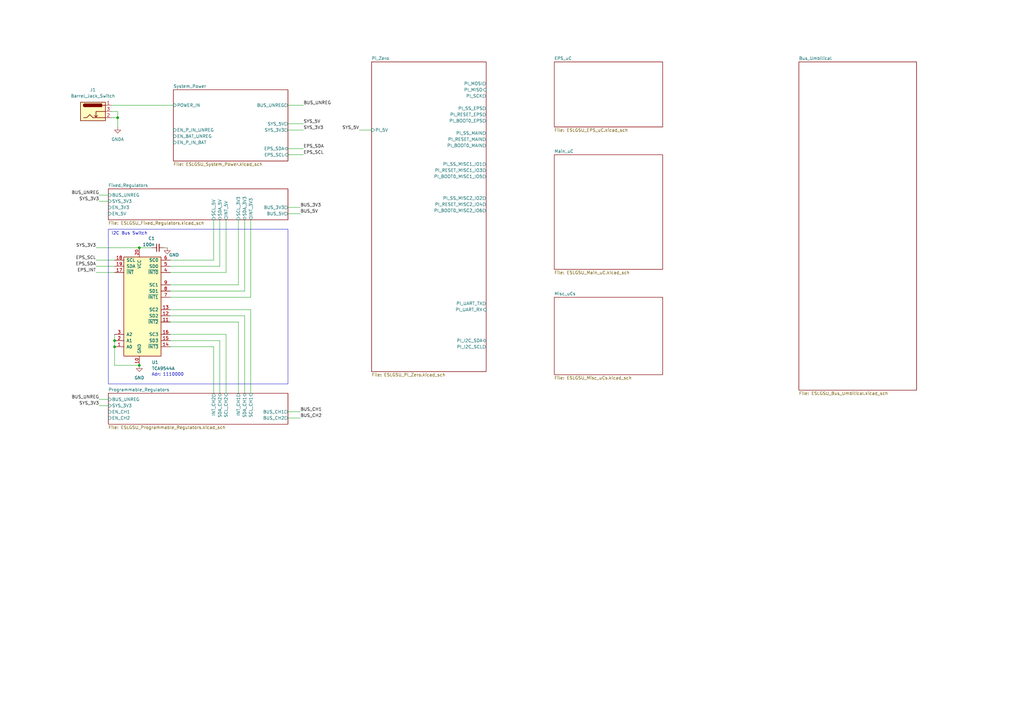
<source format=kicad_sch>
(kicad_sch (version 20230121) (generator eeschema)

  (uuid b556fa32-e0cb-409c-ac85-9f2ac606be79)

  (paper "A3")

  (title_block
    (title "ESL GSU Top Level Schematic")
    (date "2024-01-18")
    (rev "1")
    (company "Electronic Systems Laboratory")
  )

  (lib_symbols
    (symbol "Connector:Barrel_Jack_Switch" (pin_names hide) (in_bom yes) (on_board yes)
      (property "Reference" "J" (at 0 5.334 0)
        (effects (font (size 1.27 1.27)))
      )
      (property "Value" "Barrel_Jack_Switch" (at 0 -5.08 0)
        (effects (font (size 1.27 1.27)))
      )
      (property "Footprint" "" (at 1.27 -1.016 0)
        (effects (font (size 1.27 1.27)) hide)
      )
      (property "Datasheet" "~" (at 1.27 -1.016 0)
        (effects (font (size 1.27 1.27)) hide)
      )
      (property "ki_keywords" "DC power barrel jack connector" (at 0 0 0)
        (effects (font (size 1.27 1.27)) hide)
      )
      (property "ki_description" "DC Barrel Jack with an internal switch" (at 0 0 0)
        (effects (font (size 1.27 1.27)) hide)
      )
      (property "ki_fp_filters" "BarrelJack*" (at 0 0 0)
        (effects (font (size 1.27 1.27)) hide)
      )
      (symbol "Barrel_Jack_Switch_0_1"
        (rectangle (start -5.08 3.81) (end 5.08 -3.81)
          (stroke (width 0.254) (type default))
          (fill (type background))
        )
        (arc (start -3.302 3.175) (mid -3.9343 2.54) (end -3.302 1.905)
          (stroke (width 0.254) (type default))
          (fill (type none))
        )
        (arc (start -3.302 3.175) (mid -3.9343 2.54) (end -3.302 1.905)
          (stroke (width 0.254) (type default))
          (fill (type outline))
        )
        (polyline
          (pts
            (xy 1.27 -2.286)
            (xy 1.905 -1.651)
          )
          (stroke (width 0.254) (type default))
          (fill (type none))
        )
        (polyline
          (pts
            (xy 5.08 2.54)
            (xy 3.81 2.54)
          )
          (stroke (width 0.254) (type default))
          (fill (type none))
        )
        (polyline
          (pts
            (xy 5.08 0)
            (xy 1.27 0)
            (xy 1.27 -2.286)
            (xy 0.635 -1.651)
          )
          (stroke (width 0.254) (type default))
          (fill (type none))
        )
        (polyline
          (pts
            (xy -3.81 -2.54)
            (xy -2.54 -2.54)
            (xy -1.27 -1.27)
            (xy 0 -2.54)
            (xy 2.54 -2.54)
            (xy 5.08 -2.54)
          )
          (stroke (width 0.254) (type default))
          (fill (type none))
        )
        (rectangle (start 3.683 3.175) (end -3.302 1.905)
          (stroke (width 0.254) (type default))
          (fill (type outline))
        )
      )
      (symbol "Barrel_Jack_Switch_1_1"
        (pin passive line (at 7.62 2.54 180) (length 2.54)
          (name "~" (effects (font (size 1.27 1.27))))
          (number "1" (effects (font (size 1.27 1.27))))
        )
        (pin passive line (at 7.62 -2.54 180) (length 2.54)
          (name "~" (effects (font (size 1.27 1.27))))
          (number "2" (effects (font (size 1.27 1.27))))
        )
        (pin passive line (at 7.62 0 180) (length 2.54)
          (name "~" (effects (font (size 1.27 1.27))))
          (number "3" (effects (font (size 1.27 1.27))))
        )
      )
    )
    (symbol "Device:C_Small" (pin_numbers hide) (pin_names (offset 0.254) hide) (in_bom yes) (on_board yes)
      (property "Reference" "C" (at 0.254 1.778 0)
        (effects (font (size 1.27 1.27)) (justify left))
      )
      (property "Value" "C_Small" (at 0.254 -2.032 0)
        (effects (font (size 1.27 1.27)) (justify left))
      )
      (property "Footprint" "" (at 0 0 0)
        (effects (font (size 1.27 1.27)) hide)
      )
      (property "Datasheet" "~" (at 0 0 0)
        (effects (font (size 1.27 1.27)) hide)
      )
      (property "ki_keywords" "capacitor cap" (at 0 0 0)
        (effects (font (size 1.27 1.27)) hide)
      )
      (property "ki_description" "Unpolarized capacitor, small symbol" (at 0 0 0)
        (effects (font (size 1.27 1.27)) hide)
      )
      (property "ki_fp_filters" "C_*" (at 0 0 0)
        (effects (font (size 1.27 1.27)) hide)
      )
      (symbol "C_Small_0_1"
        (polyline
          (pts
            (xy -1.524 -0.508)
            (xy 1.524 -0.508)
          )
          (stroke (width 0.3302) (type default))
          (fill (type none))
        )
        (polyline
          (pts
            (xy -1.524 0.508)
            (xy 1.524 0.508)
          )
          (stroke (width 0.3048) (type default))
          (fill (type none))
        )
      )
      (symbol "C_Small_1_1"
        (pin passive line (at 0 2.54 270) (length 2.032)
          (name "~" (effects (font (size 1.27 1.27))))
          (number "1" (effects (font (size 1.27 1.27))))
        )
        (pin passive line (at 0 -2.54 90) (length 2.032)
          (name "~" (effects (font (size 1.27 1.27))))
          (number "2" (effects (font (size 1.27 1.27))))
        )
      )
    )
    (symbol "Interface_Expansion:TCA9544A" (pin_names (offset 1.016)) (in_bom yes) (on_board yes)
      (property "Reference" "U" (at -5.08 20.32 0)
        (effects (font (size 1.27 1.27)) (justify left))
      )
      (property "Value" "TCA9544A" (at 2.54 20.32 0)
        (effects (font (size 1.27 1.27)) (justify left))
      )
      (property "Footprint" "Package_SO:TSSOP-20_4.4x6.5mm_P0.65mm" (at 25.4 -22.86 0)
        (effects (font (size 1.27 1.27)) hide)
      )
      (property "Datasheet" "http://www.ti.com/lit/ds/symlink/tca9544a.pdf" (at 1.27 6.35 0)
        (effects (font (size 1.27 1.27)) hide)
      )
      (property "ki_keywords" "I2C Hub" (at 0 0 0)
        (effects (font (size 1.27 1.27)) hide)
      )
      (property "ki_description" "I2C Hub, 4 Channels, Interrupts, TSSOP-20" (at 0 0 0)
        (effects (font (size 1.27 1.27)) hide)
      )
      (property "ki_fp_filters" "TSSOP*4.4x6.5mm*P0.65mm*" (at 0 0 0)
        (effects (font (size 1.27 1.27)) hide)
      )
      (symbol "TCA9544A_0_1"
        (rectangle (start -6.35 19.05) (end 8.89 -21.59)
          (stroke (width 0.254) (type default))
          (fill (type background))
        )
      )
      (symbol "TCA9544A_1_1"
        (pin input line (at -10.16 -17.78 0) (length 3.81)
          (name "A0" (effects (font (size 1.27 1.27))))
          (number "1" (effects (font (size 1.27 1.27))))
        )
        (pin power_in line (at 0 -25.4 90) (length 3.81)
          (name "GND" (effects (font (size 1.27 1.27))))
          (number "10" (effects (font (size 1.27 1.27))))
        )
        (pin input line (at 12.7 -7.62 180) (length 3.81)
          (name "~{INT2}" (effects (font (size 1.27 1.27))))
          (number "11" (effects (font (size 1.27 1.27))))
        )
        (pin bidirectional line (at 12.7 -5.08 180) (length 3.81)
          (name "SD2" (effects (font (size 1.27 1.27))))
          (number "12" (effects (font (size 1.27 1.27))))
        )
        (pin bidirectional line (at 12.7 -2.54 180) (length 3.81)
          (name "SC2" (effects (font (size 1.27 1.27))))
          (number "13" (effects (font (size 1.27 1.27))))
        )
        (pin input line (at 12.7 -17.78 180) (length 3.81)
          (name "~{INT3}" (effects (font (size 1.27 1.27))))
          (number "14" (effects (font (size 1.27 1.27))))
        )
        (pin bidirectional line (at 12.7 -15.24 180) (length 3.81)
          (name "SD3" (effects (font (size 1.27 1.27))))
          (number "15" (effects (font (size 1.27 1.27))))
        )
        (pin bidirectional line (at 12.7 -12.7 180) (length 3.81)
          (name "SC3" (effects (font (size 1.27 1.27))))
          (number "16" (effects (font (size 1.27 1.27))))
        )
        (pin open_collector line (at -10.16 12.7 0) (length 3.81)
          (name "~{INT}" (effects (font (size 1.27 1.27))))
          (number "17" (effects (font (size 1.27 1.27))))
        )
        (pin bidirectional line (at -10.16 17.78 0) (length 3.81)
          (name "SCL" (effects (font (size 1.27 1.27))))
          (number "18" (effects (font (size 1.27 1.27))))
        )
        (pin bidirectional line (at -10.16 15.24 0) (length 3.81)
          (name "SDA" (effects (font (size 1.27 1.27))))
          (number "19" (effects (font (size 1.27 1.27))))
        )
        (pin input line (at -10.16 -15.24 0) (length 3.81)
          (name "A1" (effects (font (size 1.27 1.27))))
          (number "2" (effects (font (size 1.27 1.27))))
        )
        (pin power_in line (at 0 22.86 270) (length 3.81)
          (name "VCC" (effects (font (size 1.27 1.27))))
          (number "20" (effects (font (size 1.27 1.27))))
        )
        (pin input line (at -10.16 -12.7 0) (length 3.81)
          (name "A2" (effects (font (size 1.27 1.27))))
          (number "3" (effects (font (size 1.27 1.27))))
        )
        (pin input line (at 12.7 12.7 180) (length 3.81)
          (name "~{INT0}" (effects (font (size 1.27 1.27))))
          (number "4" (effects (font (size 1.27 1.27))))
        )
        (pin bidirectional line (at 12.7 15.24 180) (length 3.81)
          (name "SD0" (effects (font (size 1.27 1.27))))
          (number "5" (effects (font (size 1.27 1.27))))
        )
        (pin bidirectional line (at 12.7 17.78 180) (length 3.81)
          (name "SC0" (effects (font (size 1.27 1.27))))
          (number "6" (effects (font (size 1.27 1.27))))
        )
        (pin input line (at 12.7 2.54 180) (length 3.81)
          (name "~{INT1}" (effects (font (size 1.27 1.27))))
          (number "7" (effects (font (size 1.27 1.27))))
        )
        (pin bidirectional line (at 12.7 5.08 180) (length 3.81)
          (name "SD1" (effects (font (size 1.27 1.27))))
          (number "8" (effects (font (size 1.27 1.27))))
        )
        (pin bidirectional line (at 12.7 7.62 180) (length 3.81)
          (name "SC1" (effects (font (size 1.27 1.27))))
          (number "9" (effects (font (size 1.27 1.27))))
        )
      )
    )
    (symbol "power:GND" (power) (pin_names (offset 0)) (in_bom yes) (on_board yes)
      (property "Reference" "#PWR" (at 0 -6.35 0)
        (effects (font (size 1.27 1.27)) hide)
      )
      (property "Value" "GND" (at 0 -3.81 0)
        (effects (font (size 1.27 1.27)))
      )
      (property "Footprint" "" (at 0 0 0)
        (effects (font (size 1.27 1.27)) hide)
      )
      (property "Datasheet" "" (at 0 0 0)
        (effects (font (size 1.27 1.27)) hide)
      )
      (property "ki_keywords" "global power" (at 0 0 0)
        (effects (font (size 1.27 1.27)) hide)
      )
      (property "ki_description" "Power symbol creates a global label with name \"GND\" , ground" (at 0 0 0)
        (effects (font (size 1.27 1.27)) hide)
      )
      (symbol "GND_0_1"
        (polyline
          (pts
            (xy 0 0)
            (xy 0 -1.27)
            (xy 1.27 -1.27)
            (xy 0 -2.54)
            (xy -1.27 -1.27)
            (xy 0 -1.27)
          )
          (stroke (width 0) (type default))
          (fill (type none))
        )
      )
      (symbol "GND_1_1"
        (pin power_in line (at 0 0 270) (length 0) hide
          (name "GND" (effects (font (size 1.27 1.27))))
          (number "1" (effects (font (size 1.27 1.27))))
        )
      )
    )
    (symbol "power:GNDA" (power) (pin_names (offset 0)) (in_bom yes) (on_board yes)
      (property "Reference" "#PWR" (at 0 -6.35 0)
        (effects (font (size 1.27 1.27)) hide)
      )
      (property "Value" "GNDA" (at 0 -3.81 0)
        (effects (font (size 1.27 1.27)))
      )
      (property "Footprint" "" (at 0 0 0)
        (effects (font (size 1.27 1.27)) hide)
      )
      (property "Datasheet" "" (at 0 0 0)
        (effects (font (size 1.27 1.27)) hide)
      )
      (property "ki_keywords" "global power" (at 0 0 0)
        (effects (font (size 1.27 1.27)) hide)
      )
      (property "ki_description" "Power symbol creates a global label with name \"GNDA\" , analog ground" (at 0 0 0)
        (effects (font (size 1.27 1.27)) hide)
      )
      (symbol "GNDA_0_1"
        (polyline
          (pts
            (xy 0 0)
            (xy 0 -1.27)
            (xy 1.27 -1.27)
            (xy 0 -2.54)
            (xy -1.27 -1.27)
            (xy 0 -1.27)
          )
          (stroke (width 0) (type default))
          (fill (type none))
        )
      )
      (symbol "GNDA_1_1"
        (pin power_in line (at 0 0 270) (length 0) hide
          (name "GNDA" (effects (font (size 1.27 1.27))))
          (number "1" (effects (font (size 1.27 1.27))))
        )
      )
    )
  )

  (junction (at 57.15 101.6) (diameter 0) (color 0 0 0 0)
    (uuid 03a2ba18-7250-40e6-992e-1041d2fa2bca)
  )
  (junction (at 48.26 48.26) (diameter 0) (color 0 0 0 0)
    (uuid 46ba1413-43d7-41ee-879d-a5540e439a11)
  )
  (junction (at 57.15 149.86) (diameter 0) (color 0 0 0 0)
    (uuid 7200d1a6-fde4-4209-9887-fabcaca6c52b)
  )
  (junction (at 46.99 139.7) (diameter 0) (color 0 0 0 0)
    (uuid 9265845c-4b79-4993-a537-1581c03f4d86)
  )
  (junction (at 46.99 142.24) (diameter 0) (color 0 0 0 0)
    (uuid 9cdbb951-1f2b-4834-9ab9-b52b400eec6a)
  )

  (wire (pts (xy 39.37 106.68) (xy 46.99 106.68))
    (stroke (width 0) (type default))
    (uuid 0012eafb-2dcc-4fb6-aaf8-60e88acdd922)
  )
  (wire (pts (xy 69.85 106.68) (xy 87.63 106.68))
    (stroke (width 0) (type default))
    (uuid 01792650-de51-4076-afd1-a5c8d197e145)
  )
  (wire (pts (xy 118.11 87.63) (xy 123.19 87.63))
    (stroke (width 0) (type default))
    (uuid 0510fae8-0cc3-4052-bcbd-4aef490426ee)
  )
  (wire (pts (xy 118.11 85.09) (xy 123.19 85.09))
    (stroke (width 0) (type default))
    (uuid 0bea3694-2b52-4c28-b29c-b0a4c8b99ada)
  )
  (wire (pts (xy 46.99 139.7) (xy 46.99 142.24))
    (stroke (width 0) (type default))
    (uuid 0e3ce5ae-f41a-46ad-b2e9-e953d0956375)
  )
  (wire (pts (xy 118.11 53.34) (xy 124.46 53.34))
    (stroke (width 0) (type default))
    (uuid 0ffc364a-bad2-43cb-b997-c5404a7571ee)
  )
  (wire (pts (xy 39.37 109.22) (xy 46.99 109.22))
    (stroke (width 0) (type default))
    (uuid 122ffa49-df14-4f1b-9709-9cfff638ddc0)
  )
  (wire (pts (xy 39.37 111.76) (xy 46.99 111.76))
    (stroke (width 0) (type default))
    (uuid 18ec2516-b09f-4e9b-97f9-7b7a85b0849b)
  )
  (wire (pts (xy 40.64 80.01) (xy 44.45 80.01))
    (stroke (width 0) (type default))
    (uuid 1f0399f9-d1ae-4944-8893-2b18ac5573f9)
  )
  (wire (pts (xy 67.31 101.6) (xy 68.58 101.6))
    (stroke (width 0) (type default))
    (uuid 26499020-15a3-4e7d-953e-c636da2d5602)
  )
  (wire (pts (xy 97.79 132.08) (xy 69.85 132.08))
    (stroke (width 0) (type default))
    (uuid 2d6e149f-42d3-4b66-89a5-3807adb9359b)
  )
  (wire (pts (xy 147.32 53.34) (xy 152.4 53.34))
    (stroke (width 0) (type default))
    (uuid 3392cf6d-c586-403b-9b83-60b900323d5d)
  )
  (wire (pts (xy 48.26 52.07) (xy 48.26 48.26))
    (stroke (width 0) (type default))
    (uuid 3e41e9fa-19d6-4e47-9bc1-0439b00232e0)
  )
  (wire (pts (xy 87.63 106.68) (xy 87.63 90.17))
    (stroke (width 0) (type default))
    (uuid 51cf2578-a85a-4a34-a207-4e14740f6100)
  )
  (wire (pts (xy 48.26 45.72) (xy 48.26 48.26))
    (stroke (width 0) (type default))
    (uuid 52a2d096-d583-4aad-9bda-39e773c8674e)
  )
  (wire (pts (xy 97.79 161.29) (xy 97.79 132.08))
    (stroke (width 0) (type default))
    (uuid 52df46d3-3f9b-4ada-8869-6a00e721d760)
  )
  (wire (pts (xy 97.79 116.84) (xy 97.79 90.17))
    (stroke (width 0) (type default))
    (uuid 59a91d4e-ec76-4ab7-adc2-1dd0500df65a)
  )
  (wire (pts (xy 92.71 111.76) (xy 92.71 90.17))
    (stroke (width 0) (type default))
    (uuid 5be471b1-acd5-4348-91d9-9aec6dc4fbff)
  )
  (wire (pts (xy 90.17 109.22) (xy 90.17 90.17))
    (stroke (width 0) (type default))
    (uuid 6b586095-2411-4175-a9f1-ef2fa6bb028d)
  )
  (wire (pts (xy 69.85 109.22) (xy 90.17 109.22))
    (stroke (width 0) (type default))
    (uuid 722b3f71-45f0-4869-b342-97719745321f)
  )
  (wire (pts (xy 69.85 137.16) (xy 92.71 137.16))
    (stroke (width 0) (type default))
    (uuid 750f1013-0000-4ca9-a9de-4c7b19fd95b5)
  )
  (wire (pts (xy 45.72 45.72) (xy 48.26 45.72))
    (stroke (width 0) (type default))
    (uuid 75302fb4-309c-42ed-af6f-7dee2b7271e5)
  )
  (wire (pts (xy 100.33 119.38) (xy 100.33 90.17))
    (stroke (width 0) (type default))
    (uuid 7b313c5f-e10e-462b-9f17-7c0f285237f3)
  )
  (wire (pts (xy 118.11 168.91) (xy 123.19 168.91))
    (stroke (width 0) (type default))
    (uuid 7bd2e851-ed41-40ba-a0b1-9c34c28e736e)
  )
  (wire (pts (xy 69.85 116.84) (xy 97.79 116.84))
    (stroke (width 0) (type default))
    (uuid 7c094a3f-a24f-451a-a9f3-98a96f5e661a)
  )
  (wire (pts (xy 100.33 129.54) (xy 100.33 161.29))
    (stroke (width 0) (type default))
    (uuid 7d6a0fdd-e37a-4da5-8ad0-8f04cece8dd1)
  )
  (wire (pts (xy 69.85 127) (xy 102.87 127))
    (stroke (width 0) (type default))
    (uuid 90e2a671-58c1-4535-9565-1600bda552b0)
  )
  (wire (pts (xy 46.99 142.24) (xy 46.99 149.86))
    (stroke (width 0) (type default))
    (uuid 9203e584-cba3-4af0-8139-6bb655392e90)
  )
  (wire (pts (xy 40.64 166.37) (xy 44.45 166.37))
    (stroke (width 0) (type default))
    (uuid 959a5d70-9b15-49bb-9c5f-5ffeb110b293)
  )
  (wire (pts (xy 62.23 101.6) (xy 57.15 101.6))
    (stroke (width 0) (type default))
    (uuid a0e0b87e-22e9-4c42-9122-8c7ad74b682b)
  )
  (wire (pts (xy 45.72 43.18) (xy 71.12 43.18))
    (stroke (width 0) (type default))
    (uuid a1f85c3c-74e7-4eaf-8706-01ba75ae1e5f)
  )
  (wire (pts (xy 39.37 101.6) (xy 57.15 101.6))
    (stroke (width 0) (type default))
    (uuid ac8f7403-57f4-4000-a384-0ea30067fd01)
  )
  (wire (pts (xy 48.26 48.26) (xy 45.72 48.26))
    (stroke (width 0) (type default))
    (uuid b06fefb8-42cb-4de7-aa0e-ada459e2ae7c)
  )
  (wire (pts (xy 118.11 43.18) (xy 124.46 43.18))
    (stroke (width 0) (type default))
    (uuid b3255427-9574-4ce8-bdbf-a57a5afb820a)
  )
  (wire (pts (xy 40.64 82.55) (xy 44.45 82.55))
    (stroke (width 0) (type default))
    (uuid b79b936e-b09f-45d6-a71b-f4fc8dfb3feb)
  )
  (wire (pts (xy 118.11 63.5) (xy 124.46 63.5))
    (stroke (width 0) (type default))
    (uuid b89020d7-f009-4b2c-a410-83ba60c3e35e)
  )
  (wire (pts (xy 69.85 121.92) (xy 102.87 121.92))
    (stroke (width 0) (type default))
    (uuid b9866780-2c45-4723-9092-8d1016778a21)
  )
  (wire (pts (xy 118.11 60.96) (xy 124.46 60.96))
    (stroke (width 0) (type default))
    (uuid be43bdb8-a6ed-4c63-a447-a0151a462a22)
  )
  (wire (pts (xy 69.85 139.7) (xy 90.17 139.7))
    (stroke (width 0) (type default))
    (uuid caab041c-2ea1-4b60-9c8a-141be8376ea3)
  )
  (wire (pts (xy 90.17 161.29) (xy 90.17 139.7))
    (stroke (width 0) (type default))
    (uuid cc43fb9f-b223-46d6-a3d6-c5d96c5de751)
  )
  (wire (pts (xy 118.11 50.8) (xy 124.46 50.8))
    (stroke (width 0) (type default))
    (uuid cf4593b4-2e97-41b5-8124-90591b3a6d0e)
  )
  (wire (pts (xy 69.85 111.76) (xy 92.71 111.76))
    (stroke (width 0) (type default))
    (uuid d4d71f4b-11e5-4cae-8f31-56755faec436)
  )
  (wire (pts (xy 40.64 163.83) (xy 44.45 163.83))
    (stroke (width 0) (type default))
    (uuid d5a8bbde-533e-4e3d-88aa-eb7f04b58d96)
  )
  (wire (pts (xy 69.85 142.24) (xy 87.63 142.24))
    (stroke (width 0) (type default))
    (uuid d6e55167-ce9b-41eb-9b54-dce0fd63f9e2)
  )
  (wire (pts (xy 118.11 171.45) (xy 123.19 171.45))
    (stroke (width 0) (type default))
    (uuid d7af0a14-f4be-4517-b549-78b13a3979fe)
  )
  (wire (pts (xy 87.63 142.24) (xy 87.63 161.29))
    (stroke (width 0) (type default))
    (uuid da60737b-f4c3-4eb0-b5aa-a566b331220b)
  )
  (wire (pts (xy 69.85 119.38) (xy 100.33 119.38))
    (stroke (width 0) (type default))
    (uuid db93e8cc-cbb1-4eb6-8557-33688f833493)
  )
  (wire (pts (xy 102.87 127) (xy 102.87 161.29))
    (stroke (width 0) (type default))
    (uuid e066e6e8-6a3c-4005-b320-c1ca5f950657)
  )
  (wire (pts (xy 46.99 137.16) (xy 46.99 139.7))
    (stroke (width 0) (type default))
    (uuid e2b623e3-8ad0-4a1b-9819-7de215071255)
  )
  (wire (pts (xy 102.87 121.92) (xy 102.87 90.17))
    (stroke (width 0) (type default))
    (uuid e43bbdb9-1690-4b0e-8185-327aa32841e2)
  )
  (wire (pts (xy 69.85 129.54) (xy 100.33 129.54))
    (stroke (width 0) (type default))
    (uuid e50ab3e2-e47e-4bac-9a92-f09eb241268f)
  )
  (wire (pts (xy 92.71 161.29) (xy 92.71 137.16))
    (stroke (width 0) (type default))
    (uuid efbc777d-54e7-4150-b5f3-7b41ac863d35)
  )
  (wire (pts (xy 46.99 149.86) (xy 57.15 149.86))
    (stroke (width 0) (type default))
    (uuid f80adb08-1f67-46e4-bf79-d9cb72acbfa0)
  )

  (rectangle (start 44.45 93.98) (end 118.11 157.48)
    (stroke (width 0) (type default))
    (fill (type none))
    (uuid 8ccbaf21-31c1-4d9e-83f8-faabc898759d)
  )

  (text "Adr: 1110000" (at 62.1602 154.4191 0)
    (effects (font (size 1.27 1.27)) (justify left bottom))
    (uuid 83abc906-53af-42e1-8d09-055f3a472f69)
  )
  (text "I2C Bus Switch" (at 45.72 96.52 0)
    (effects (font (size 1.27 1.27)) (justify left bottom))
    (uuid 9121cbeb-8b5a-4017-96a1-01b17d1ad698)
  )

  (label "BUS_UNREG" (at 40.64 163.83 180) (fields_autoplaced)
    (effects (font (size 1.27 1.27)) (justify right bottom))
    (uuid 17c8b2aa-d878-4b72-a03f-d79b6fc05eb4)
  )
  (label "BUS_UNREG" (at 40.64 80.01 180) (fields_autoplaced)
    (effects (font (size 1.27 1.27)) (justify right bottom))
    (uuid 204fdc07-93db-49be-8162-1056ed07d7c2)
  )
  (label "BUS_UNREG" (at 124.46 43.18 0) (fields_autoplaced)
    (effects (font (size 1.27 1.27)) (justify left bottom))
    (uuid 26caa0da-8eca-4ba4-84b4-705d29ccfb3d)
  )
  (label "SYS_3V3" (at 40.64 82.55 180) (fields_autoplaced)
    (effects (font (size 1.27 1.27)) (justify right bottom))
    (uuid 29fcd5da-f0db-45d6-b14c-19b31ffc22ab)
  )
  (label "BUS_5V" (at 123.19 87.63 0) (fields_autoplaced)
    (effects (font (size 1.27 1.27)) (justify left bottom))
    (uuid 2af89077-9db7-4e33-8aa7-9edd8b3e68ad)
  )
  (label "EPS_INT" (at 39.37 111.76 180) (fields_autoplaced)
    (effects (font (size 1.27 1.27)) (justify right bottom))
    (uuid 51682400-fd64-4668-a28c-53d5c1c28885)
  )
  (label "EPS_SCL" (at 124.46 63.5 0) (fields_autoplaced)
    (effects (font (size 1.27 1.27)) (justify left bottom))
    (uuid 5f68a0ff-cc21-4f00-9b86-360833412cfd)
  )
  (label "EPS_SDA" (at 124.46 60.96 0) (fields_autoplaced)
    (effects (font (size 1.27 1.27)) (justify left bottom))
    (uuid 644e7817-9d0a-4570-8e3e-8f4a15f320ae)
  )
  (label "SYS_5V" (at 147.32 53.34 180) (fields_autoplaced)
    (effects (font (size 1.27 1.27)) (justify right bottom))
    (uuid 6a83f366-97d3-4dc5-868c-5e1e19fff5a9)
  )
  (label "SYS_3V3" (at 124.46 53.34 0) (fields_autoplaced)
    (effects (font (size 1.27 1.27)) (justify left bottom))
    (uuid 92178a24-98cd-4896-b052-8d53fa2348ef)
  )
  (label "SYS_3V3" (at 40.64 166.37 180) (fields_autoplaced)
    (effects (font (size 1.27 1.27)) (justify right bottom))
    (uuid 96078b3d-eb00-44db-a5fd-b00d94a65cc7)
  )
  (label "SYS_5V" (at 124.46 50.8 0) (fields_autoplaced)
    (effects (font (size 1.27 1.27)) (justify left bottom))
    (uuid b01ad7e0-1d5a-44dc-9939-0e5af559cb94)
  )
  (label "BUS_3V3" (at 123.19 85.09 0) (fields_autoplaced)
    (effects (font (size 1.27 1.27)) (justify left bottom))
    (uuid c321e44c-6e61-4bc7-9bb9-cd8bf4b9c5ad)
  )
  (label "BUS_CH2" (at 123.19 171.45 0) (fields_autoplaced)
    (effects (font (size 1.27 1.27)) (justify left bottom))
    (uuid cba03653-5da4-4603-973d-8531a0867341)
  )
  (label "EPS_SDA" (at 39.37 109.22 180) (fields_autoplaced)
    (effects (font (size 1.27 1.27)) (justify right bottom))
    (uuid d8fd5510-daee-4327-a53b-c123b7b5eb22)
  )
  (label "SYS_3V3" (at 39.37 101.6 180) (fields_autoplaced)
    (effects (font (size 1.27 1.27)) (justify right bottom))
    (uuid f12682fe-c741-458b-a1ce-c301fadff589)
  )
  (label "BUS_CH1" (at 123.19 168.91 0) (fields_autoplaced)
    (effects (font (size 1.27 1.27)) (justify left bottom))
    (uuid f297f848-6244-4a40-8c4e-bf6ed96e6b0c)
  )
  (label "EPS_SCL" (at 39.37 106.68 180) (fields_autoplaced)
    (effects (font (size 1.27 1.27)) (justify right bottom))
    (uuid fd28b2bd-469e-4c99-a3f8-7870d74ef5b0)
  )

  (symbol (lib_id "Interface_Expansion:TCA9544A") (at 57.15 124.46 0) (unit 1)
    (in_bom yes) (on_board yes) (dnp no)
    (uuid 4cd12e84-1bd6-4787-9d6d-8aa3fa36ab51)
    (property "Reference" "U1" (at 62.23 148.59 0)
      (effects (font (size 1.27 1.27)) (justify left))
    )
    (property "Value" "TCA9544A" (at 62.23 151.13 0)
      (effects (font (size 1.27 1.27)) (justify left))
    )
    (property "Footprint" "Package_SO:TSSOP-20_4.4x6.5mm_P0.65mm" (at 82.55 147.32 0)
      (effects (font (size 1.27 1.27)) hide)
    )
    (property "Datasheet" "http://www.ti.com/lit/ds/symlink/tca9544a.pdf" (at 58.42 118.11 0)
      (effects (font (size 1.27 1.27)) hide)
    )
    (pin "1" (uuid 17ea9602-7e9d-46d2-8543-94a1c1fc109b))
    (pin "10" (uuid 05e5c60f-5189-4393-9c56-f9c9a6c1b042))
    (pin "11" (uuid 30d49d66-f29c-4fdc-8c87-78055102f522))
    (pin "12" (uuid 586b3fb9-5ac1-4e6b-aa5c-632753615d2c))
    (pin "13" (uuid 523efcbf-c953-4d04-8006-efad4532752a))
    (pin "14" (uuid 72436d29-e2bf-4074-8930-c26020e9ee27))
    (pin "15" (uuid b03e7a15-5500-4888-843d-ba5499f4cf8d))
    (pin "16" (uuid ec0ba51e-9b1a-424c-a624-14b63c8223b7))
    (pin "17" (uuid 991e1577-a321-488c-a487-561801f77b71))
    (pin "18" (uuid bbe29e58-ab1e-4b59-ba9f-704de3dcb94c))
    (pin "19" (uuid 4b5ada51-0c6c-4028-8811-a161f15963ce))
    (pin "2" (uuid c493e12c-894c-4241-872e-96b8a4de3601))
    (pin "20" (uuid f52d0c6b-4ac6-44d5-854f-9d96d72d760b))
    (pin "3" (uuid 8567708f-4274-4920-890b-5b60a4ae7f4f))
    (pin "4" (uuid 0f617152-9a74-4317-b9b9-616ffdc2b1db))
    (pin "5" (uuid 0f16f78a-7298-412b-b097-aac2aaae09f1))
    (pin "6" (uuid c7b19710-4250-45d8-8afb-40b8ab4fab1b))
    (pin "7" (uuid d02f2cf2-8476-44d6-add3-2c89029261f7))
    (pin "8" (uuid 8efb6808-e865-4dc5-bdd4-43db76a970d4))
    (pin "9" (uuid c52e1cf4-a785-4558-8b8e-2bb717ee0c66))
    (instances
      (project "ESLGSU"
        (path "/b556fa32-e0cb-409c-ac85-9f2ac606be79"
          (reference "U1") (unit 1)
        )
      )
    )
  )

  (symbol (lib_id "power:GND") (at 68.58 101.6 0) (unit 1)
    (in_bom yes) (on_board yes) (dnp no)
    (uuid 5e9190e8-674a-47da-9cac-a55e52816f60)
    (property "Reference" "#PWR01" (at 68.58 107.95 0)
      (effects (font (size 1.27 1.27)) hide)
    )
    (property "Value" "GND" (at 71.3688 104.5704 0)
      (effects (font (size 1.27 1.27)))
    )
    (property "Footprint" "" (at 68.58 101.6 0)
      (effects (font (size 1.27 1.27)) hide)
    )
    (property "Datasheet" "" (at 68.58 101.6 0)
      (effects (font (size 1.27 1.27)) hide)
    )
    (pin "1" (uuid 1e1b76a9-181a-4c0d-b912-b24a92c78f08))
    (instances
      (project "ESLGSU"
        (path "/b556fa32-e0cb-409c-ac85-9f2ac606be79"
          (reference "#PWR01") (unit 1)
        )
      )
    )
  )

  (symbol (lib_id "Device:C_Small") (at 64.77 101.6 90) (unit 1)
    (in_bom yes) (on_board yes) (dnp no)
    (uuid 7a5c5cc9-2b69-4d57-ba27-45350bc7b378)
    (property "Reference" "C6" (at 63.5 97.79 90)
      (effects (font (size 1.27 1.27)) (justify left))
    )
    (property "Value" "100n" (at 63.5 100.33 90)
      (effects (font (size 1.27 1.27)) (justify left))
    )
    (property "Footprint" "Capacitor_SMD:C_0603_1608Metric" (at 64.77 101.6 0)
      (effects (font (size 1.27 1.27)) hide)
    )
    (property "Datasheet" "~" (at 64.77 101.6 0)
      (effects (font (size 1.27 1.27)) hide)
    )
    (pin "1" (uuid 505b7fc3-1008-4436-80d2-2cd8fb0ab029))
    (pin "2" (uuid d89763e6-5a9e-4e95-8ebc-017eb6df3cf6))
    (instances
      (project "ESLGSU"
        (path "/b556fa32-e0cb-409c-ac85-9f2ac606be79/e09c623d-ecce-4ff2-a230-f07fbe15280b"
          (reference "C6") (unit 1)
        )
        (path "/b556fa32-e0cb-409c-ac85-9f2ac606be79/09a64186-e4de-4db7-b903-c6397ff9a54d"
          (reference "C47") (unit 1)
        )
        (path "/b556fa32-e0cb-409c-ac85-9f2ac606be79"
          (reference "C1") (unit 1)
        )
      )
    )
  )

  (symbol (lib_id "power:GNDA") (at 48.26 52.07 0) (unit 1)
    (in_bom yes) (on_board yes) (dnp no) (fields_autoplaced)
    (uuid 989df422-8fa7-4723-8742-3e9bc2b06839)
    (property "Reference" "#PWR072" (at 48.26 58.42 0)
      (effects (font (size 1.27 1.27)) hide)
    )
    (property "Value" "GNDA" (at 48.26 57.15 0)
      (effects (font (size 1.27 1.27)))
    )
    (property "Footprint" "" (at 48.26 52.07 0)
      (effects (font (size 1.27 1.27)) hide)
    )
    (property "Datasheet" "" (at 48.26 52.07 0)
      (effects (font (size 1.27 1.27)) hide)
    )
    (pin "1" (uuid 8556a7e9-2f66-42e2-9688-298052eac77e))
    (instances
      (project "ESLGSU"
        (path "/b556fa32-e0cb-409c-ac85-9f2ac606be79"
          (reference "#PWR072") (unit 1)
        )
      )
    )
  )

  (symbol (lib_id "power:GND") (at 57.15 149.86 0) (unit 1)
    (in_bom yes) (on_board yes) (dnp no) (fields_autoplaced)
    (uuid a01c8d29-653f-432c-9856-f3697bb26a7d)
    (property "Reference" "#PWR02" (at 57.15 156.21 0)
      (effects (font (size 1.27 1.27)) hide)
    )
    (property "Value" "GND" (at 57.15 154.94 0)
      (effects (font (size 1.27 1.27)))
    )
    (property "Footprint" "" (at 57.15 149.86 0)
      (effects (font (size 1.27 1.27)) hide)
    )
    (property "Datasheet" "" (at 57.15 149.86 0)
      (effects (font (size 1.27 1.27)) hide)
    )
    (pin "1" (uuid 067607e7-4433-4004-a322-ec0a2e5fa507))
    (instances
      (project "ESLGSU"
        (path "/b556fa32-e0cb-409c-ac85-9f2ac606be79"
          (reference "#PWR02") (unit 1)
        )
      )
    )
  )

  (symbol (lib_id "Connector:Barrel_Jack_Switch") (at 38.1 45.72 0) (unit 1)
    (in_bom yes) (on_board yes) (dnp no) (fields_autoplaced)
    (uuid fdc01b47-2af1-4813-9afa-ab05a77addd6)
    (property "Reference" "J1" (at 38.1 36.83 0)
      (effects (font (size 1.27 1.27)))
    )
    (property "Value" "Barrel_Jack_Switch" (at 38.1 39.37 0)
      (effects (font (size 1.27 1.27)))
    )
    (property "Footprint" "ESLGSU_Parts_Lib:PJ-082BH" (at 39.37 46.736 0)
      (effects (font (size 1.27 1.27)) hide)
    )
    (property "Datasheet" "~" (at 39.37 46.736 0)
      (effects (font (size 1.27 1.27)) hide)
    )
    (pin "1" (uuid 2c6646e7-d1ee-4fe2-9f4f-c565e069fa87))
    (pin "2" (uuid 4b3f2281-ef41-4f65-8325-272e4e50a92b))
    (pin "3" (uuid 85ae6ed6-81a3-4c6d-acbb-8765e27703e7))
    (instances
      (project "ESLGSU"
        (path "/b556fa32-e0cb-409c-ac85-9f2ac606be79"
          (reference "J1") (unit 1)
        )
      )
    )
  )

  (sheet (at 44.45 77.47) (size 73.66 12.7) (fields_autoplaced)
    (stroke (width 0.1524) (type solid))
    (fill (color 0 0 0 0.0000))
    (uuid 09a64186-e4de-4db7-b903-c6397ff9a54d)
    (property "Sheetname" "Fixed_Regulators" (at 44.45 76.7584 0)
      (effects (font (size 1.27 1.27)) (justify left bottom))
    )
    (property "Sheetfile" "ESLGSU_Fixed_Regulators.kicad_sch" (at 44.45 90.7546 0)
      (effects (font (size 1.27 1.27)) (justify left top))
    )
    (pin "EN_5V" input (at 44.45 87.63 180)
      (effects (font (size 1.27 1.27)) (justify left))
      (uuid db80a817-efb0-49e7-9d96-92fa0d600199)
    )
    (pin "BUS_UNREG" input (at 44.45 80.01 180)
      (effects (font (size 1.27 1.27)) (justify left))
      (uuid b92b260d-99b6-434a-87be-8b1aae727dc3)
    )
    (pin "EN_3V3" input (at 44.45 85.09 180)
      (effects (font (size 1.27 1.27)) (justify left))
      (uuid 800711f3-8600-4ebe-8769-ac8a535a67c7)
    )
    (pin "BUS_3V3" output (at 118.11 85.09 0)
      (effects (font (size 1.27 1.27)) (justify right))
      (uuid ba8355f0-3705-4b16-bf3e-4082adf6f777)
    )
    (pin "BUS_5V" output (at 118.11 87.63 0)
      (effects (font (size 1.27 1.27)) (justify right))
      (uuid 8fbdec8d-5258-4201-9110-e6ddc10206e8)
    )
    (pin "SDA_5V" bidirectional (at 90.17 90.17 270)
      (effects (font (size 1.27 1.27)) (justify left))
      (uuid 5b64ec98-c0bc-4a8b-a4b1-f27968fe0465)
    )
    (pin "SCL_5V" input (at 87.63 90.17 270)
      (effects (font (size 1.27 1.27)) (justify left))
      (uuid 005da499-493e-494a-98fb-c53e1a6094ee)
    )
    (pin "SDA_3V3" bidirectional (at 100.33 90.17 270)
      (effects (font (size 1.27 1.27)) (justify left))
      (uuid 636d285c-de4e-4574-bc73-5bc7090e418d)
    )
    (pin "SCL_3V3" input (at 97.79 90.17 270)
      (effects (font (size 1.27 1.27)) (justify left))
      (uuid 3584b500-d4bb-4d2c-ba72-d73c9971c293)
    )
    (pin "INT_5V" output (at 92.71 90.17 270)
      (effects (font (size 1.27 1.27)) (justify left))
      (uuid 4987cf39-1809-4a97-935f-18fffcf25022)
    )
    (pin "INT_3V3" output (at 102.87 90.17 270)
      (effects (font (size 1.27 1.27)) (justify left))
      (uuid 1d5750ba-90ad-44ef-8788-bf2dbb70413f)
    )
    (pin "SYS_3V3" input (at 44.45 82.55 180)
      (effects (font (size 1.27 1.27)) (justify left))
      (uuid a8b97003-26ca-4e8f-a3b8-39e712966376)
    )
    (instances
      (project "ESLGSU"
        (path "/b556fa32-e0cb-409c-ac85-9f2ac606be79" (page "3"))
      )
    )
  )

  (sheet (at 44.45 161.29) (size 73.66 12.7) (fields_autoplaced)
    (stroke (width 0.1524) (type solid))
    (fill (color 0 0 0 0.0000))
    (uuid 33c4fea8-f262-455e-abaf-737bb774af6a)
    (property "Sheetname" "Programmable_Regulators" (at 44.45 160.5784 0)
      (effects (font (size 1.27 1.27)) (justify left bottom))
    )
    (property "Sheetfile" "ESLGSU_Programmable_Regulators.kicad_sch" (at 44.45 174.5746 0)
      (effects (font (size 1.27 1.27)) (justify left top))
    )
    (property "Field2" "" (at 44.45 161.29 0)
      (effects (font (size 1.27 1.27)) hide)
    )
    (pin "BUS_UNREG" input (at 44.45 163.83 180)
      (effects (font (size 1.27 1.27)) (justify left))
      (uuid 1792325e-82a5-4c0d-a305-a8e581ca9b6d)
    )
    (pin "BUS_CH1" output (at 118.11 168.91 0)
      (effects (font (size 1.27 1.27)) (justify right))
      (uuid 347ce84a-36c4-4e95-ab03-e6e5e79dd6c8)
    )
    (pin "BUS_CH2" output (at 118.11 171.45 0)
      (effects (font (size 1.27 1.27)) (justify right))
      (uuid 301708d2-9477-42fb-ad25-61cddfb973cf)
    )
    (pin "SDA_CH1" bidirectional (at 100.33 161.29 90)
      (effects (font (size 1.27 1.27)) (justify right))
      (uuid 3b68639f-4ab0-40b7-8220-922aaa331405)
    )
    (pin "SCL_CH1" input (at 102.87 161.29 90)
      (effects (font (size 1.27 1.27)) (justify right))
      (uuid 0e4fbe89-95e6-48cb-ac49-55f3d3b0cf54)
    )
    (pin "SCL_CH2" input (at 92.71 161.29 90)
      (effects (font (size 1.27 1.27)) (justify right))
      (uuid d5d933f5-2078-4254-acb6-e3fe0de0354d)
    )
    (pin "SDA_CH2" bidirectional (at 90.17 161.29 90)
      (effects (font (size 1.27 1.27)) (justify right))
      (uuid c5e334fc-a33b-4098-89be-48f84b26b7d7)
    )
    (pin "EN_CH2" input (at 44.45 171.45 180)
      (effects (font (size 1.27 1.27)) (justify left))
      (uuid 8abc2066-689b-4909-b9a9-6b3fe049937b)
    )
    (pin "INT_CH1" output (at 97.79 161.29 90)
      (effects (font (size 1.27 1.27)) (justify right))
      (uuid 92371245-eb94-4e2f-8653-8e88b96b6ae8)
    )
    (pin "INT_CH2" output (at 87.63 161.29 90)
      (effects (font (size 1.27 1.27)) (justify right))
      (uuid 64bef699-a0ea-40f5-a214-b1d29dcc7c8d)
    )
    (pin "EN_CH1" input (at 44.45 168.91 180)
      (effects (font (size 1.27 1.27)) (justify left))
      (uuid 59180962-7003-4fce-b85e-339957d22537)
    )
    (pin "SYS_3V3" input (at 44.45 166.37 180)
      (effects (font (size 1.27 1.27)) (justify left))
      (uuid 290222d9-3b03-4427-9434-c749d7fcb084)
    )
    (instances
      (project "ESLGSU"
        (path "/b556fa32-e0cb-409c-ac85-9f2ac606be79" (page "4"))
      )
    )
  )

  (sheet (at 152.4 25.4) (size 46.99 127) (fields_autoplaced)
    (stroke (width 0.1524) (type solid))
    (fill (color 0 0 0 0.0000))
    (uuid 4575163f-435f-415b-9bb1-45133d43422d)
    (property "Sheetname" "Pi_Zero" (at 152.4 24.6884 0)
      (effects (font (size 1.27 1.27)) (justify left bottom))
    )
    (property "Sheetfile" "ESLGSU_Pi_Zero.kicad_sch" (at 152.4 152.9846 0)
      (effects (font (size 1.27 1.27)) (justify left top))
    )
    (pin "PI_BOOT0_EPS" output (at 199.39 49.53 0)
      (effects (font (size 1.27 1.27)) (justify right))
      (uuid 6e0ebd32-b93d-48ec-8914-58422f3c3041)
    )
    (pin "PI_BOOT0_MAIN" output (at 199.39 59.69 0)
      (effects (font (size 1.27 1.27)) (justify right))
      (uuid a8e4ffce-1313-4b3c-897e-a118053cce2f)
    )
    (pin "PI_BOOT0_MISC1_IO5" output (at 199.39 72.39 0)
      (effects (font (size 1.27 1.27)) (justify right))
      (uuid 974a65eb-57b7-49bb-9064-6c22759b831d)
    )
    (pin "PI_RESET_MISC2_IO4" output (at 199.39 83.82 0)
      (effects (font (size 1.27 1.27)) (justify right))
      (uuid 765072ab-3ebc-42eb-950d-6e6e1e2a2b9a)
    )
    (pin "PI_BOOT0_MISC2_IO6" output (at 199.39 86.36 0)
      (effects (font (size 1.27 1.27)) (justify right))
      (uuid d0c53eac-c299-42bb-abf3-896bb6bbf86d)
    )
    (pin "PI_5V" input (at 152.4 53.34 180)
      (effects (font (size 1.27 1.27)) (justify left))
      (uuid 2bbabd27-cae8-459d-8de1-fe1ca9ba9549)
    )
    (pin "PI_SCK" output (at 199.39 39.37 0)
      (effects (font (size 1.27 1.27)) (justify right))
      (uuid 94b5fc43-4c71-416f-bbb0-814fa8fdbbb5)
    )
    (pin "PI_MISO" input (at 199.39 36.83 0)
      (effects (font (size 1.27 1.27)) (justify right))
      (uuid 390811f7-fb5e-4b50-b833-a2e1ff1a68e2)
    )
    (pin "PI_RESET_MAIN" output (at 199.39 57.15 0)
      (effects (font (size 1.27 1.27)) (justify right))
      (uuid 317008de-e186-4cea-a397-c2270484d37c)
    )
    (pin "PI_MOSI" output (at 199.39 34.29 0)
      (effects (font (size 1.27 1.27)) (justify right))
      (uuid ce05b6dd-dab2-4a7e-afc9-5f7ad3c07c54)
    )
    (pin "PI_RESET_MISC1_IO3" output (at 199.39 69.85 0)
      (effects (font (size 1.27 1.27)) (justify right))
      (uuid 5e22ce32-6ae8-48b1-b605-b688d0be9b7f)
    )
    (pin "PI_SS_EPS" output (at 199.39 44.45 0)
      (effects (font (size 1.27 1.27)) (justify right))
      (uuid 15a96cf9-92a4-4350-ad8c-0caf0ffa2618)
    )
    (pin "PI_SS_MAIN" output (at 199.39 54.61 0)
      (effects (font (size 1.27 1.27)) (justify right))
      (uuid ef773f24-9430-4932-955e-75e514c8e2ad)
    )
    (pin "PI_SS_MISC2_IO2" output (at 199.39 81.28 0)
      (effects (font (size 1.27 1.27)) (justify right))
      (uuid da20ab73-6c8a-4b7c-9dc4-bcca3a2dd257)
    )
    (pin "PI_SS_MISC1_IO1" output (at 199.39 67.31 0)
      (effects (font (size 1.27 1.27)) (justify right))
      (uuid a6c181f7-d985-4262-a8ec-c7fe18f4ee81)
    )
    (pin "PI_RESET_EPS" output (at 199.39 46.99 0)
      (effects (font (size 1.27 1.27)) (justify right))
      (uuid 559cabee-cd28-4f0f-a4c7-b0d6898272ad)
    )
    (pin "PI_UART_RX" input (at 199.39 127 0)
      (effects (font (size 1.27 1.27)) (justify right))
      (uuid bab4197e-c796-46a8-b13b-9cbd2c253406)
    )
    (pin "PI_UART_TX" output (at 199.39 124.46 0)
      (effects (font (size 1.27 1.27)) (justify right))
      (uuid a5f356d0-7285-41db-b83f-f01900fc2920)
    )
    (pin "PI_I2C_SDA" bidirectional (at 199.39 139.7 0)
      (effects (font (size 1.27 1.27)) (justify right))
      (uuid 465ce7c8-20a0-4370-bcd1-f9f2bf079b78)
    )
    (pin "PI_I2C_SCL" output (at 199.39 142.24 0)
      (effects (font (size 1.27 1.27)) (justify right))
      (uuid a516d82b-208d-4013-a3ff-dbe86f14a09e)
    )
    (instances
      (project "ESLGSU"
        (path "/b556fa32-e0cb-409c-ac85-9f2ac606be79" (page "8"))
      )
    )
  )

  (sheet (at 227.33 63.5) (size 44.45 46.99) (fields_autoplaced)
    (stroke (width 0.1524) (type solid))
    (fill (color 0 0 0 0.0000))
    (uuid 62656839-ead6-4c9d-b4ee-68fd3b49c6dd)
    (property "Sheetname" "Main_uC" (at 227.33 62.7884 0)
      (effects (font (size 1.27 1.27)) (justify left bottom))
    )
    (property "Sheetfile" "ESLGSU_Main_uC.kicad_sch" (at 227.33 111.0746 0)
      (effects (font (size 1.27 1.27)) (justify left top))
    )
    (instances
      (project "ESLGSU"
        (path "/b556fa32-e0cb-409c-ac85-9f2ac606be79" (page "7"))
      )
    )
  )

  (sheet (at 227.33 121.92) (size 44.45 31.75) (fields_autoplaced)
    (stroke (width 0.1524) (type solid))
    (fill (color 0 0 0 0.0000))
    (uuid bf0312e4-5726-4684-b2e9-b4b5c1d8e876)
    (property "Sheetname" "Misc_uCs" (at 227.33 121.2084 0)
      (effects (font (size 1.27 1.27)) (justify left bottom))
    )
    (property "Sheetfile" "ESLGSU_Misc_uCs.kicad_sch" (at 227.33 154.2546 0)
      (effects (font (size 1.27 1.27)) (justify left top))
    )
    (instances
      (project "ESLGSU"
        (path "/b556fa32-e0cb-409c-ac85-9f2ac606be79" (page "8"))
      )
    )
  )

  (sheet (at 227.33 25.4) (size 44.45 26.67) (fields_autoplaced)
    (stroke (width 0.1524) (type solid))
    (fill (color 0 0 0 0.0000))
    (uuid c41d3519-67b9-43b9-97c4-d20822b3d6ca)
    (property "Sheetname" "EPS_uC" (at 227.33 24.6884 0)
      (effects (font (size 1.27 1.27)) (justify left bottom))
    )
    (property "Sheetfile" "ESLGSU_EPS_uC.kicad_sch" (at 227.33 52.6546 0)
      (effects (font (size 1.27 1.27)) (justify left top))
    )
    (instances
      (project "ESLGSU"
        (path "/b556fa32-e0cb-409c-ac85-9f2ac606be79" (page "9"))
      )
    )
  )

  (sheet (at 71.12 36.83) (size 46.99 29.21) (fields_autoplaced)
    (stroke (width 0.1524) (type solid))
    (fill (color 0 0 0 0.0000))
    (uuid e09c623d-ecce-4ff2-a230-f07fbe15280b)
    (property "Sheetname" "System_Power" (at 71.12 36.1184 0)
      (effects (font (size 1.27 1.27)) (justify left bottom))
    )
    (property "Sheetfile" "ESLGSU_System_Power.kicad_sch" (at 71.12 66.6246 0)
      (effects (font (size 1.27 1.27)) (justify left top))
    )
    (pin "POWER_IN" input (at 71.12 43.18 180)
      (effects (font (size 1.27 1.27)) (justify left))
      (uuid ccb34057-b8bf-4d7f-b671-4b86048377cc)
    )
    (pin "BUS_UNREG" output (at 118.11 43.18 0)
      (effects (font (size 1.27 1.27)) (justify right))
      (uuid 8bba19b1-aadc-46b1-b3ce-c0b81938018f)
    )
    (pin "SYS_5V" output (at 118.11 50.8 0)
      (effects (font (size 1.27 1.27)) (justify right))
      (uuid 9fdba47c-6c70-4452-8b35-6a7984aab003)
    )
    (pin "SYS_3V3" output (at 118.11 53.34 0)
      (effects (font (size 1.27 1.27)) (justify right))
      (uuid 0b5a73fb-0971-46d8-8b73-6a03a6be34c2)
    )
    (pin "EN_P_IN_UNREG" input (at 71.12 53.34 180)
      (effects (font (size 1.27 1.27)) (justify left))
      (uuid 99edd873-4df6-4e31-a1d9-2572d19b095c)
    )
    (pin "EN_BAT_UNREG" input (at 71.12 55.88 180)
      (effects (font (size 1.27 1.27)) (justify left))
      (uuid d05cdec3-40cd-48a7-8162-ca388e64c4db)
    )
    (pin "EPS_SDA" bidirectional (at 118.11 60.96 0)
      (effects (font (size 1.27 1.27)) (justify right))
      (uuid 23296777-78ec-415d-9c6b-7d43467f7653)
    )
    (pin "EPS_SCL" input (at 118.11 63.5 0)
      (effects (font (size 1.27 1.27)) (justify right))
      (uuid dcd4a3b3-92b9-4ed9-b5cf-d2e2c9915655)
    )
    (pin "EN_P_IN_BAT" input (at 71.12 58.42 180)
      (effects (font (size 1.27 1.27)) (justify left))
      (uuid 2f45b402-cced-4caa-8239-b2c90f1c0522)
    )
    (instances
      (project "ESLGSU"
        (path "/b556fa32-e0cb-409c-ac85-9f2ac606be79" (page "2"))
      )
    )
  )

  (sheet (at 327.66 25.4) (size 48.26 134.62) (fields_autoplaced)
    (stroke (width 0.1524) (type solid))
    (fill (color 0 0 0 0.0000))
    (uuid feac87e8-d04c-4646-81d1-6a4c94f01f41)
    (property "Sheetname" "Bus_Umbilical" (at 327.66 24.6884 0)
      (effects (font (size 1.27 1.27)) (justify left bottom))
    )
    (property "Sheetfile" "ESLGSU_Bus_Umbilical.kicad_sch" (at 327.66 160.6046 0)
      (effects (font (size 1.27 1.27)) (justify left top))
    )
    (instances
      (project "ESLGSU"
        (path "/b556fa32-e0cb-409c-ac85-9f2ac606be79" (page "9"))
      )
    )
  )

  (sheet_instances
    (path "/" (page "1"))
  )
)

</source>
